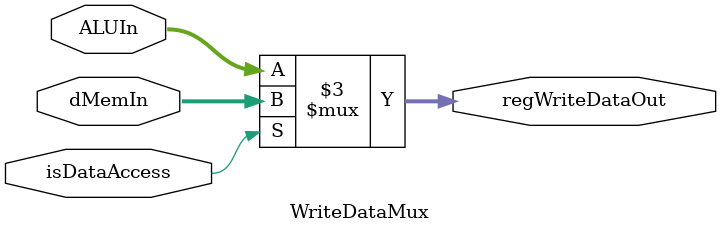
<source format=v>
module WriteDataMux(dMemIn, ALUIn, isDataAccess, regWriteDataOut);

	input wire [31:0] dMemIn, ALUIn;
	input wire isDataAccess;
	
	output reg [31:0] regWriteDataOut;
	
	always @* begin
		if (isDataAccess)
			regWriteDataOut = dMemIn;
		else
			regWriteDataOut = ALUIn;
	
	end


endmodule


</source>
